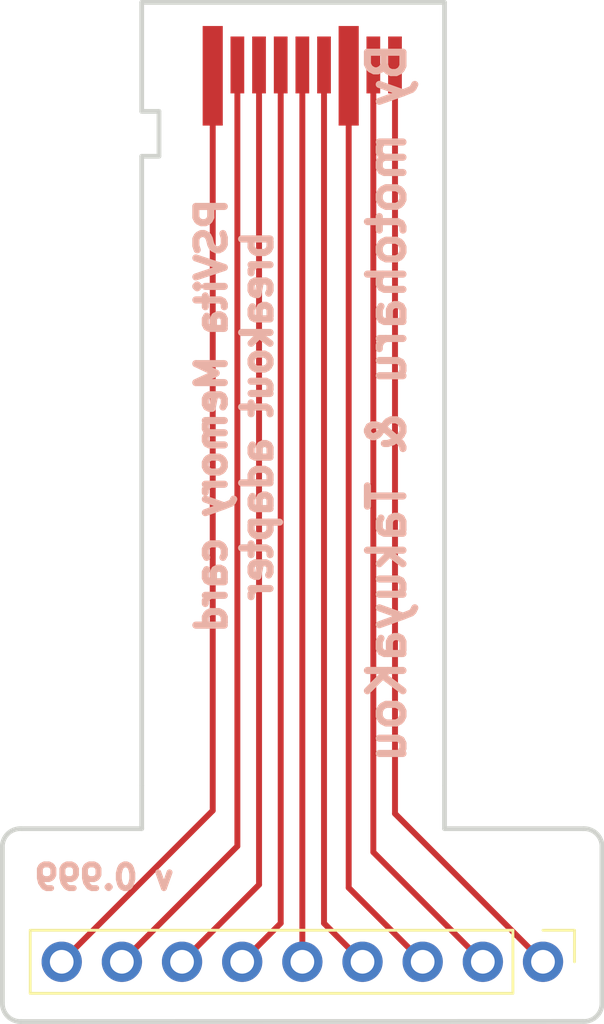
<source format=kicad_pcb>
(kicad_pcb (version 20171130) (host pcbnew "(5.0.0)")

  (general
    (thickness 1.6)
    (drawings 22)
    (tracks 18)
    (zones 0)
    (modules 2)
    (nets 1)
  )

  (page A4)
  (layers
    (0 F.Cu signal)
    (31 B.Cu signal)
    (32 B.Adhes user)
    (33 F.Adhes user)
    (34 B.Paste user)
    (35 F.Paste user)
    (36 B.SilkS user)
    (37 F.SilkS user)
    (38 B.Mask user)
    (39 F.Mask user)
    (40 Dwgs.User user)
    (41 Cmts.User user)
    (42 Eco1.User user)
    (43 Eco2.User user)
    (44 Edge.Cuts user)
    (45 Margin user)
    (46 B.CrtYd user)
    (47 F.CrtYd user)
    (48 B.Fab user)
    (49 F.Fab user)
  )

  (setup
    (last_trace_width 0.25)
    (trace_clearance 0.2)
    (zone_clearance 0.508)
    (zone_45_only no)
    (trace_min 0.2)
    (segment_width 0.2)
    (edge_width 0.2)
    (via_size 0.8)
    (via_drill 0.4)
    (via_min_size 0.4)
    (via_min_drill 0.3)
    (uvia_size 0.3)
    (uvia_drill 0.1)
    (uvias_allowed no)
    (uvia_min_size 0.2)
    (uvia_min_drill 0.1)
    (pcb_text_width 0.3)
    (pcb_text_size 1.5 1.5)
    (mod_edge_width 0.15)
    (mod_text_size 1 1)
    (mod_text_width 0.15)
    (pad_size 1.7 1.7)
    (pad_drill 1)
    (pad_to_mask_clearance 0.2)
    (aux_axis_origin 0 0)
    (visible_elements 7FFFFFFF)
    (pcbplotparams
      (layerselection 0x010fc_ffffffff)
      (usegerberextensions false)
      (usegerberattributes false)
      (usegerberadvancedattributes false)
      (creategerberjobfile false)
      (excludeedgelayer true)
      (linewidth 0.100000)
      (plotframeref false)
      (viasonmask false)
      (mode 1)
      (useauxorigin false)
      (hpglpennumber 1)
      (hpglpenspeed 20)
      (hpglpendiameter 15.000000)
      (psnegative false)
      (psa4output false)
      (plotreference true)
      (plotvalue true)
      (plotinvisibletext false)
      (padsonsilk false)
      (subtractmaskfromsilk false)
      (outputformat 1)
      (mirror false)
      (drillshape 0)
      (scaleselection 1)
      (outputdirectory "../../../Desktop/New folder (3)/"))
  )

  (net 0 "")

  (net_class Default "This is the default net class."
    (clearance 0.2)
    (trace_width 0.25)
    (via_dia 0.8)
    (via_drill 0.4)
    (uvia_dia 0.3)
    (uvia_drill 0.1)
  )

  (module PSVita:PSVitaEdgeConnector (layer F.Cu) (tedit 5B74CB7C) (tstamp 5B811071)
    (at 30.4292 17.2974)
    (attr smd)
    (fp_text reference "" (at -0.9652 3.7846) (layer F.SilkS)
      (effects (font (size 1 1) (thickness 0.15)))
    )
    (fp_text value "" (at -0.889 5.334) (layer F.SilkS)
      (effects (font (size 1 1) (thickness 0.15)))
    )
    (pad 9 smd rect (at 2.6162 0.0508) (size 0.58 2.4) (layers F.Cu F.Paste F.Mask))
    (pad 8 smd rect (at 1.7018 0.0508) (size 0.58 2.4) (layers F.Cu F.Paste F.Mask))
    (pad 7 smd rect (at 0.6604 0.508) (size 0.85 4.2) (layers F.Cu F.Paste F.Mask))
    (pad 6 smd rect (at -0.381 0.0508) (size 0.58 2.4) (layers F.Cu F.Paste F.Mask))
    (pad 5 smd rect (at -1.2954 0.0508) (size 0.58 2.4) (layers F.Cu F.Paste F.Mask))
    (pad 4 smd rect (at -2.2098 0.0508) (size 0.58 2.4) (layers F.Cu F.Paste F.Mask))
    (pad 3 smd rect (at -3.1242 0.0508) (size 0.58 2.4) (layers F.Cu F.Paste F.Mask))
    (pad 2 smd rect (at -4.0386 0.0508) (size 0.58 2.4) (layers F.Cu F.Paste F.Mask))
    (pad 1 smd rect (at -5.08 0.508) (size 0.85 4.2) (layers F.Cu F.Paste F.Mask))
  )

  (module Connector_PinHeader_2.54mm:PinHeader_1x09_P2.54mm_Vertical (layer F.Cu) (tedit 5B74CE68) (tstamp 5B6EB5E1)
    (at 39.2938 55.1688 270)
    (descr "Through hole straight pin header, 1x09, 2.54mm pitch, single row")
    (tags "Through hole pin header THT 1x09 2.54mm single row")
    (fp_text reference "" (at 0 -2.33 270) (layer F.SilkS)
      (effects (font (size 1 1) (thickness 0.15)))
    )
    (fp_text value "" (at 0 22.65 270) (layer F.Fab)
      (effects (font (size 1 1) (thickness 0.15)))
    )
    (fp_line (start -0.635 -1.27) (end 1.27 -1.27) (layer F.Fab) (width 0.1))
    (fp_line (start 1.27 -1.27) (end 1.27 21.59) (layer F.Fab) (width 0.1))
    (fp_line (start 1.27 21.59) (end -1.27 21.59) (layer F.Fab) (width 0.1))
    (fp_line (start -1.27 21.59) (end -1.27 -0.635) (layer F.Fab) (width 0.1))
    (fp_line (start -1.27 -0.635) (end -0.635 -1.27) (layer F.Fab) (width 0.1))
    (fp_line (start -1.33 21.65) (end 1.33 21.65) (layer F.SilkS) (width 0.12))
    (fp_line (start -1.33 1.27) (end -1.33 21.65) (layer F.SilkS) (width 0.12))
    (fp_line (start 1.33 1.27) (end 1.33 21.65) (layer F.SilkS) (width 0.12))
    (fp_line (start -1.33 1.27) (end 1.33 1.27) (layer F.SilkS) (width 0.12))
    (fp_line (start -1.33 0) (end -1.33 -1.33) (layer F.SilkS) (width 0.12))
    (fp_line (start -1.33 -1.33) (end 0 -1.33) (layer F.SilkS) (width 0.12))
    (fp_line (start -1.8 -1.8) (end -1.8 22.1) (layer F.CrtYd) (width 0.05))
    (fp_line (start -1.8 22.1) (end 1.8 22.1) (layer F.CrtYd) (width 0.05))
    (fp_line (start 1.8 22.1) (end 1.8 -1.8) (layer F.CrtYd) (width 0.05))
    (fp_line (start 1.8 -1.8) (end -1.8 -1.8) (layer F.CrtYd) (width 0.05))
    (fp_text user %R (at 0 10.16) (layer F.Fab)
      (effects (font (size 1 1) (thickness 0.15)))
    )
    (pad 1 thru_hole oval (at 0 0 270) (size 1.7 1.7) (drill 1) (layers *.Cu *.Mask))
    (pad 2 thru_hole oval (at 0 2.54 270) (size 1.7 1.7) (drill 1) (layers *.Cu *.Mask))
    (pad 3 thru_hole oval (at 0 5.08 270) (size 1.7 1.7) (drill 1) (layers *.Cu *.Mask))
    (pad 4 thru_hole oval (at 0 7.62 270) (size 1.7 1.7) (drill 1) (layers *.Cu *.Mask))
    (pad 5 thru_hole oval (at 0 10.16 270) (size 1.7 1.7) (drill 1) (layers *.Cu *.Mask))
    (pad 6 thru_hole oval (at 0 12.7 270) (size 1.7 1.7) (drill 1) (layers *.Cu *.Mask))
    (pad 7 thru_hole oval (at 0 15.24 270) (size 1.7 1.7) (drill 1) (layers *.Cu *.Mask))
    (pad 8 thru_hole oval (at 0 17.78 270) (size 1.7 1.7) (drill 1) (layers *.Cu *.Mask))
    (pad 9 thru_hole oval (at 0 20.32 270) (size 1.7 1.7) (drill 1) (layers *.Cu *.Mask))
    (model ${KISYS3DMOD}/Connector_PinHeader_2.54mm.3dshapes/PinHeader_1x09_P2.54mm_Vertical.wrl
      (at (xyz 0 0 0))
      (scale (xyz 1 1 1))
      (rotate (xyz 0 0 0))
    )
  )

  (gr_text "v 0.999" (at 20.7645 51.6128) (layer B.SilkS)
    (effects (font (size 1 1) (thickness 0.25)) (justify mirror))
  )
  (gr_text "By motoharu & TakuyaKou" (at 32.7025 31.5976 90) (layer B.SilkS)
    (effects (font (size 1.5 1.5) (thickness 0.3)) (justify mirror))
  )
  (gr_line (start 35.13582 47.72914) (end 35.13582 14.70914) (layer Edge.Cuts) (width 0.2))
  (gr_arc (start 17.228796 56.930987) (end 16.471876 56.885267) (angle -96.1) (layer Edge.Cuts) (width 0.2) (tstamp 5B62FD8F))
  (gr_arc (start 41.025507 56.92648) (end 40.979787 57.6834) (angle -96.1) (layer Edge.Cuts) (width 0.2) (tstamp 5B62FCCF))
  (gr_line (start 17.23898 57.68848) (end 40.9829 57.6834) (layer Edge.Cuts) (width 0.2))
  (gr_line (start 35.13582 49.5554) (end 41.0083 49.5554) (layer Edge.Cuts) (width 0.2) (tstamp 5B62FAF5))
  (gr_line (start 35.13582 49.5554) (end 35.13582 47.75708) (layer Edge.Cuts) (width 0.2) (tstamp 5B62FAF4))
  (gr_line (start 41.783 50.3301) (end 41.783 56.896) (layer Edge.Cuts) (width 0.2) (tstamp 5B62FAD0))
  (gr_line (start 16.46936 50.31994) (end 16.46936 56.87568) (layer Edge.Cuts) (width 0.2))
  (gr_line (start 22.352 49.5554) (end 17.28216 49.5554) (layer Edge.Cuts) (width 0.2))
  (gr_line (start 22.352 47.73168) (end 22.352 49.5554) (layer Edge.Cuts) (width 0.2))
  (gr_arc (start 41.03116 50.308892) (end 41.783 50.369852) (angle -97.3) (layer Edge.Cuts) (width 0.2) (tstamp 5B62F9A7))
  (gr_arc (start 17.22628 50.31232) (end 17.272 49.5554) (angle -96.1) (layer Edge.Cuts) (width 0.2))
  (gr_line (start 22.352 21.19884) (end 22.352 47.71644) (layer Margin) (width 0.2) (tstamp 5B62C899))
  (gr_line (start 23.08098 21.1963) (end 23.08098 19.30654) (layer Edge.Cuts) (width 0.2))
  (gr_line (start 22.352 21.19884) (end 23.08098 21.19884) (layer Edge.Cuts) (width 0.2))
  (gr_line (start 22.352 19.30654) (end 23.08098 19.30654) (layer Edge.Cuts) (width 0.2))
  (gr_line (start 22.352 19.30654) (end 22.352 14.70914) (layer Edge.Cuts) (width 0.2) (tstamp 5B62C51E))
  (gr_line (start 22.352 21.19884) (end 22.352 47.71644) (layer Edge.Cuts) (width 0.2))
  (gr_text "PSVita Memory card\nbreakout adapter\n" (at 26.2636 32.1437 90) (layer B.SilkS)
    (effects (font (size 1.2 1.2) (thickness 0.3)) (justify mirror))
  )
  (gr_line (start 35.13582 14.70914) (end 22.352 14.70914) (layer Edge.Cuts) (width 0.2))

  (segment (start 29.1338 54.71922) (end 28.73502 55.118) (width 0.25) (layer F.Cu) (net 0))
  (segment (start 29.1338 17.3482) (end 29.1338 55.1688) (width 0.25) (layer F.Cu) (net 0))
  (segment (start 25.3492 48.7934) (end 18.9738 55.1688) (width 0.25) (layer F.Cu) (net 0))
  (segment (start 25.3492 17.8054) (end 25.3492 48.7934) (width 0.25) (layer F.Cu) (net 0))
  (segment (start 26.3906 50.292) (end 21.5138 55.1688) (width 0.25) (layer F.Cu) (net 0))
  (segment (start 26.3906 17.3482) (end 26.3906 50.292) (width 0.25) (layer F.Cu) (net 0))
  (segment (start 27.305 51.9176) (end 24.0538 55.1688) (width 0.25) (layer F.Cu) (net 0))
  (segment (start 27.305 17.3482) (end 27.305 51.9176) (width 0.25) (layer F.Cu) (net 0))
  (segment (start 28.2194 53.5432) (end 26.5938 55.1688) (width 0.25) (layer F.Cu) (net 0))
  (segment (start 28.2194 17.3482) (end 28.2194 53.5432) (width 0.25) (layer F.Cu) (net 0))
  (segment (start 30.0482 53.5432) (end 31.6738 55.1688) (width 0.25) (layer F.Cu) (net 0))
  (segment (start 30.0482 17.3482) (end 30.0482 53.5432) (width 0.25) (layer F.Cu) (net 0))
  (segment (start 31.0896 52.0446) (end 34.2138 55.1688) (width 0.25) (layer F.Cu) (net 0))
  (segment (start 31.0896 17.8054) (end 31.0896 52.0446) (width 0.25) (layer F.Cu) (net 0))
  (segment (start 32.131 50.546) (end 36.7538 55.1688) (width 0.25) (layer F.Cu) (net 0))
  (segment (start 32.131 17.3482) (end 32.131 50.546) (width 0.25) (layer F.Cu) (net 0))
  (segment (start 33.0454 48.9204) (end 39.2938 55.1688) (width 0.25) (layer F.Cu) (net 0))
  (segment (start 33.0454 17.3482) (end 33.0454 48.9204) (width 0.25) (layer F.Cu) (net 0))

)

</source>
